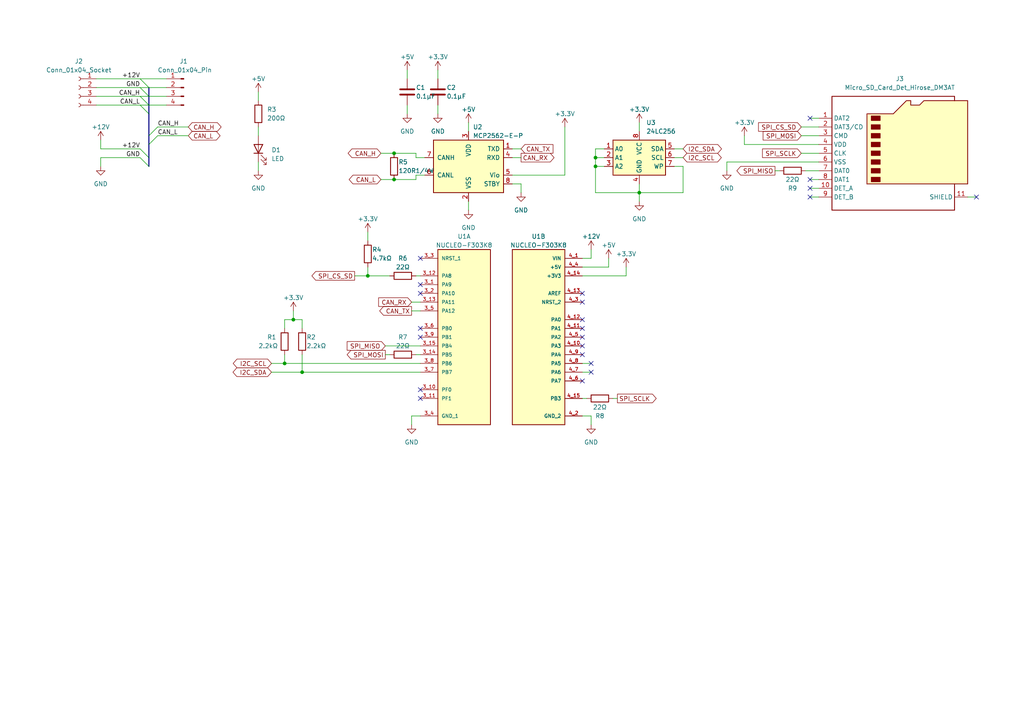
<source format=kicad_sch>
(kicad_sch (version 20230121) (generator eeschema)
  (paper "A4")
  (lib_symbols
    (symbol "Connector:Conn_01x04_Pin" (pin_names (offset 1.016) hide)
      (property "Reference" "J" (at 0 5.08 0))
      (property "Value" "Conn_01x04_Pin" (at 0 -7.62 0))
      (symbol "Conn_01x04_Pin_1_1"
        (polyline (pts (xy 1.27 -5.08) (xy 0.8636 -5.08)) (stroke (width 0.1524)))
        (polyline (pts (xy 1.27 -2.54) (xy 0.8636 -2.54)) (stroke (width 0.1524)))
        (polyline (pts (xy 1.27 0) (xy 0.8636 0)) (stroke (width 0.1524)))
        (polyline (pts (xy 1.27 2.54) (xy 0.8636 2.54)) (stroke (width 0.1524)))
        (rectangle (start 0.8636 -4.953) (end 0 -5.207) (stroke (width 0.1524)) (fill (type outline)))
        (rectangle (start 0.8636 -2.413) (end 0 -2.667) (stroke (width 0.1524)) (fill (type outline)))
        (rectangle (start 0.8636 0.127) (end 0 -0.127) (stroke (width 0.1524)) (fill (type outline)))
        (rectangle (start 0.8636 2.667) (end 0 2.413) (stroke (width 0.1524)) (fill (type outline)))
        (pin passive line (at 5.08 2.54 180) (length 3.81) (name "Pin_1") (number "1"))
        (pin passive line (at 5.08 0 180) (length 3.81) (name "Pin_2") (number "2"))
        (pin passive line (at 5.08 -2.54 180) (length 3.81) (name "Pin_3") (number "3"))
        (pin passive line (at 5.08 -5.08 180) (length 3.81) (name "Pin_4") (number "4"))
      )
    )
    (symbol "Connector:Conn_01x04_Socket" (pin_names (offset 1.016) hide)
      (property "Reference" "J" (at 0 5.08 0))
      (property "Value" "Conn_01x04_Socket" (at 0 -7.62 0))
      (symbol "Conn_01x04_Socket_1_1"
        (arc (start 0 -4.572) (mid -0.5058 -5.08) (end 0 -5.588) (stroke (width 0.1524)))
        (arc (start 0 -2.032) (mid -0.5058 -2.54) (end 0 -3.048) (stroke (width 0.1524)))
        (polyline (pts (xy -1.27 -5.08) (xy -0.508 -5.08)) (stroke (width 0.1524)))
        (polyline (pts (xy -1.27 -2.54) (xy -0.508 -2.54)) (stroke (width 0.1524)))
        (polyline (pts (xy -1.27 0) (xy -0.508 0)) (stroke (width 0.1524)))
        (polyline (pts (xy -1.27 2.54) (xy -0.508 2.54)) (stroke (width 0.1524)))
        (arc (start 0 0.508) (mid -0.5058 0) (end 0 -0.508) (stroke (width 0.1524)))
        (arc (start 0 3.048) (mid -0.5058 2.54) (end 0 2.032) (stroke (width 0.1524)))
        (pin power_out line (at -5.08 2.54 0) (length 3.81) (name "Pin_1") (number "1"))
        (pin power_out line (at -5.08 0 0) (length 3.81) (name "Pin_2") (number "2"))
        (pin passive line (at -5.08 -2.54 0) (length 3.81) (name "Pin_3") (number "3"))
        (pin passive line (at -5.08 -5.08 0) (length 3.81) (name "Pin_4") (number "4"))
      )
    )
    (symbol "Connector:Micro_SD_Card_Det_Hirose_DM3AT"
      (property "Reference" "J" (at -16.51 17.78 0))
      (property "Value" "Micro_SD_Card_Det_Hirose_DM3AT" (at 16.51 17.78 0))
      (symbol "Micro_SD_Card_Det_Hirose_DM3AT_0_1"
        (rectangle (start -7.62 -6.985) (end -5.08 -8.255) (stroke (width 0.254)) (fill (type outline)))
        (rectangle (start -7.62 -4.445) (end -5.08 -5.715) (stroke (width 0.254)) (fill (type outline)))
        (rectangle (start -7.62 -1.905) (end -5.08 -3.175) (stroke (width 0.254)) (fill (type outline)))
        (rectangle (start -7.62 0.635) (end -5.08 -0.635) (stroke (width 0.254)) (fill (type outline)))
        (rectangle (start -7.62 3.175) (end -5.08 1.905) (stroke (width 0.254)) (fill (type outline)))
        (rectangle (start -7.62 5.715) (end -5.08 4.445) (stroke (width 0.254)) (fill (type outline)))
        (rectangle (start -7.62 8.255) (end -5.08 6.985) (stroke (width 0.254)) (fill (type outline)))
        (rectangle (start -7.62 10.795) (end -5.08 9.525) (stroke (width 0.254)) (fill (type outline)))
        (polyline (pts (xy 16.51 15.24) (xy 16.51 16.51) (xy -19.05 16.51) (xy -19.05 -16.51) (xy 16.51 -16.51) (xy 16.51 -8.89)) (stroke (width 0.254)))
        (polyline (pts (xy -8.89 -8.89) (xy -8.89 11.43) (xy -1.27 11.43) (xy 2.54 15.24) (xy 3.81 15.24) (xy 3.81 13.97) (xy 6.35 13.97) (xy 7.62 15.24) (xy 20.32 15.24) (xy 20.32 -8.89) (xy -8.89 -8.89)) (stroke (width 0.254)) (fill (type background)))
      )
      (symbol "Micro_SD_Card_Det_Hirose_DM3AT_1_1"
        (pin bidirectional line (at -22.86 10.16 0) (length 3.81) (name "DAT2") (number "1"))
        (pin passive line (at -22.86 -10.16 0) (length 3.81) (name "DET_A") (number "10"))
        (pin passive line (at 20.32 -12.7 180) (length 3.81) (name "SHIELD") (number "11"))
        (pin bidirectional line (at -22.86 7.62 0) (length 3.81) (name "DAT3/CD") (number "2"))
        (pin input line (at -22.86 5.08 0) (length 3.81) (name "CMD") (number "3"))
        (pin power_in line (at -22.86 2.54 0) (length 3.81) (name "VDD") (number "4"))
        (pin input line (at -22.86 0 0) (length 3.81) (name "CLK") (number "5"))
        (pin power_in line (at -22.86 -2.54 0) (length 3.81) (name "VSS") (number "6"))
        (pin bidirectional line (at -22.86 -5.08 0) (length 3.81) (name "DAT0") (number "7"))
        (pin bidirectional line (at -22.86 -7.62 0) (length 3.81) (name "DAT1") (number "8"))
        (pin passive line (at -22.86 -12.7 0) (length 3.81) (name "DET_B") (number "9"))
      )
    )
    (symbol "Device:C" (pin_numbers hide) (pin_names (offset 0.254))
      (property "Reference" "C" (at 0.635 2.54 0))
      (property "Value" "C" (at 0.635 -2.54 0))
      (symbol "C_0_1"
        (polyline (pts (xy -2.032 -0.762) (xy 2.032 -0.762)) (stroke (width 0.508)))
        (polyline (pts (xy -2.032 0.762) (xy 2.032 0.762)) (stroke (width 0.508)))
      )
      (symbol "C_1_1"
        (pin passive line (at 0 3.81 270) (length 2.794) (name "~") (number "1"))
        (pin passive line (at 0 -3.81 90) (length 2.794) (name "~") (number "2"))
      )
    )
    (symbol "Device:LED" (pin_numbers hide) (pin_names (offset 1.016) hide)
      (property "Reference" "D" (at 0 2.54 0))
      (property "Value" "LED" (at 0 -2.54 0))
      (symbol "LED_0_1"
        (polyline (pts (xy -1.27 -1.27) (xy -1.27 1.27)) (stroke (width 0.254)))
        (polyline (pts (xy -1.27 0) (xy 1.27 0)))
        (polyline (pts (xy 1.27 -1.27) (xy 1.27 1.27) (xy -1.27 0) (xy 1.27 -1.27)) (stroke (width 0.254)))
        (polyline (pts (xy -3.048 -0.762) (xy -4.572 -2.286) (xy -3.81 -2.286) (xy -4.572 -2.286) (xy -4.572 -1.524)))
        (polyline (pts (xy -1.778 -0.762) (xy -3.302 -2.286) (xy -2.54 -2.286) (xy -3.302 -2.286) (xy -3.302 -1.524)))
      )
      (symbol "LED_1_1"
        (pin passive line (at -3.81 0 0) (length 2.54) (name "K") (number "1"))
        (pin passive line (at 3.81 0 180) (length 2.54) (name "A") (number "2"))
      )
    )
    (symbol "Device:R" (pin_numbers hide) (pin_names (offset 0))
      (property "Reference" "R" (at 2.032 0 90))
      (property "Value" "R" (at 0 0 90))
      (symbol "R_0_1"
        (rectangle (start -1.016 -2.54) (end 1.016 2.54) (stroke (width 0.254)))
      )
      (symbol "R_1_1"
        (pin passive line (at 0 3.81 270) (length 1.27) (name "~") (number "1"))
        (pin passive line (at 0 -3.81 90) (length 1.27) (name "~") (number "2"))
      )
    )
    (symbol "Interface_CAN_LIN:MCP2562-E-P" (pin_names (offset 1.016))
      (property "Reference" "U" (at -10.16 8.89 0))
      (property "Value" "MCP2562-E-P" (at 2.54 8.89 0))
      (symbol "MCP2562-E-P_0_1"
        (rectangle (start -10.16 7.62) (end 10.16 -7.62) (stroke (width 0.254)) (fill (type background)))
      )
      (symbol "MCP2562-E-P_1_1"
        (pin input line (at -12.7 5.08 0) (length 2.54) (name "TXD") (number "1"))
        (pin power_in line (at 0 -10.16 90) (length 2.54) (name "VSS") (number "2"))
        (pin power_in line (at 0 10.16 270) (length 2.54) (name "VDD") (number "3"))
        (pin output line (at -12.7 2.54 0) (length 2.54) (name "RXD") (number "4"))
        (pin power_in line (at -12.7 -2.54 0) (length 2.54) (name "Vio") (number "5"))
        (pin bidirectional line (at 12.7 -2.54 180) (length 2.54) (name "CANL") (number "6"))
        (pin bidirectional line (at 12.7 2.54 180) (length 2.54) (name "CANH") (number "7"))
        (pin input line (at -12.7 -5.08 0) (length 2.54) (name "STBY") (number "8"))
      )
    )
    (symbol "Memory_EEPROM:24LC256"
      (property "Reference" "U" (at -6.35 6.35 0))
      (property "Value" "24LC256" (at 1.27 6.35 0))
      (symbol "24LC256_1_1"
        (rectangle (start -7.62 5.08) (end 7.62 -5.08) (stroke (width 0.254)) (fill (type background)))
        (pin input line (at -10.16 2.54 0) (length 2.54) (name "A0") (number "1"))
        (pin input line (at -10.16 0 0) (length 2.54) (name "A1") (number "2"))
        (pin input line (at -10.16 -2.54 0) (length 2.54) (name "A2") (number "3"))
        (pin power_in line (at 0 -7.62 90) (length 2.54) (name "GND") (number "4"))
        (pin bidirectional line (at 10.16 2.54 180) (length 2.54) (name "SDA") (number "5"))
        (pin input line (at 10.16 0 180) (length 2.54) (name "SCL") (number "6"))
        (pin input line (at 10.16 -2.54 180) (length 2.54) (name "WP") (number "7"))
        (pin power_in line (at 0 7.62 270) (length 2.54) (name "VCC") (number "8"))
      )
    )
    (symbol "NUCLEO-F303K8:NUCLEO-F303K8" (pin_names (offset 1.016))
      (property "Reference" "U1" (at 0 29.21 0))
      (property "Value" "NUCLEO-F303K8" (at 0 26.67 0))
      (symbol "NUCLEO-F303K8_1_0"
        (rectangle (start -7.62 -25.4) (end 7.62 25.4) (stroke (width 0.254)) (fill (type background)))
        (pin bidirectional line (at 12.7 15.24 180) (length 5.08) (name "PA9") (number "3_1"))
        (pin bidirectional line (at 12.7 -15.24 180) (length 5.08) (name "PF0") (number "3_10"))
        (pin bidirectional line (at 12.7 -17.78 180) (length 5.08) (name "PF1") (number "3_11"))
        (pin bidirectional line (at 12.7 17.78 180) (length 5.08) (name "PA8") (number "3_12"))
        (pin bidirectional line (at 12.7 10.16 180) (length 5.08) (name "PA11") (number "3_13"))
        (pin bidirectional line (at 12.7 -5.08 180) (length 5.08) (name "PB5") (number "3_14"))
        (pin bidirectional line (at 12.7 -2.54 180) (length 5.08) (name "PB4") (number "3_15"))
        (pin bidirectional line (at 12.7 12.7 180) (length 5.08) (name "PA10") (number "3_2"))
        (pin bidirectional line (at 12.7 22.86 180) (length 5.08) (name "NRST_1") (number "3_3"))
        (pin power_in line (at 12.7 -22.86 180) (length 5.08) (name "GND_1") (number "3_4"))
        (pin bidirectional line (at 12.7 7.62 180) (length 5.08) (name "PA12") (number "3_5"))
        (pin bidirectional line (at 12.7 2.54 180) (length 5.08) (name "PB0") (number "3_6"))
        (pin bidirectional line (at 12.7 -10.16 180) (length 5.08) (name "PB7") (number "3_7"))
        (pin bidirectional line (at 12.7 -7.62 180) (length 5.08) (name "PB6") (number "3_8"))
        (pin bidirectional line (at 12.7 0 180) (length 5.08) (name "PB1") (number "3_9"))
      )
      (symbol "NUCLEO-F303K8_2_0"
        (rectangle (start -7.62 -25.4) (end 7.62 25.4) (stroke (width 0.254)) (fill (type background)))
        (pin power_in line (at 12.7 22.86 180) (length 5.08) (name "VIN") (number "4_1"))
        (pin bidirectional line (at 12.7 -2.54 180) (length 5.08) (name "PA3") (number "4_10"))
        (pin bidirectional line (at 12.7 2.54 180) (length 5.08) (name "PA1") (number "4_11"))
        (pin bidirectional line (at 12.7 5.08 180) (length 5.08) (name "PA0") (number "4_12"))
        (pin bidirectional line (at 12.7 12.7 180) (length 5.08) (name "AREF") (number "4_13"))
        (pin power_out line (at 12.7 17.78 180) (length 5.08) (name "+3V3") (number "4_14"))
        (pin bidirectional line (at 12.7 -17.78 180) (length 5.08) (name "PB3") (number "4_15"))
        (pin power_in line (at 12.7 -22.86 180) (length 5.08) (name "GND_2") (number "4_2"))
        (pin bidirectional line (at 12.7 10.16 180) (length 5.08) (name "NRST_2") (number "4_3"))
        (pin power_out line (at 12.7 20.32 180) (length 5.08) (name "+5V") (number "4_4"))
        (pin bidirectional line (at 12.7 0 180) (length 5.08) (name "PA2") (number "4_5"))
        (pin bidirectional line (at 12.7 -12.7 180) (length 5.08) (name "PA7") (number "4_6"))
        (pin bidirectional line (at 12.7 -10.16 180) (length 5.08) (name "PA6") (number "4_7"))
        (pin bidirectional line (at 12.7 -7.62 180) (length 5.08) (name "PA5") (number "4_8"))
        (pin bidirectional line (at 12.7 -5.08 180) (length 5.08) (name "PA4") (number "4_9"))
      )
    )
    (symbol "NUCLEO-F303K8_1" (pin_names (offset 1.016))
      (property "Reference" "U1" (at 0 29.21 0))
      (property "Value" "NUCLEO-F303K8" (at 0 26.67 0))
      (symbol "NUCLEO-F303K8_1_1_0"
        (rectangle (start -7.62 -25.4) (end 7.62 25.4) (stroke (width 0.254)) (fill (type background)))
        (pin bidirectional line (at 12.7 15.24 180) (length 5.08) (name "PA9") (number "3_1"))
        (pin bidirectional line (at 12.7 -15.24 180) (length 5.08) (name "PF0") (number "3_10"))
        (pin bidirectional line (at 12.7 -17.78 180) (length 5.08) (name "PF1") (number "3_11"))
        (pin bidirectional line (at 12.7 17.78 180) (length 5.08) (name "PA8") (number "3_12"))
        (pin bidirectional line (at 12.7 10.16 180) (length 5.08) (name "PA11") (number "3_13"))
        (pin bidirectional line (at 12.7 -5.08 180) (length 5.08) (name "PB5") (number "3_14"))
        (pin bidirectional line (at 12.7 -2.54 180) (length 5.08) (name "PB4") (number "3_15"))
        (pin bidirectional line (at 12.7 12.7 180) (length 5.08) (name "PA10") (number "3_2"))
        (pin bidirectional line (at 12.7 22.86 180) (length 5.08) (name "NRST_1") (number "3_3"))
        (pin power_in line (at 12.7 -22.86 180) (length 5.08) (name "GND_1") (number "3_4"))
        (pin bidirectional line (at 12.7 7.62 180) (length 5.08) (name "PA12") (number "3_5"))
        (pin bidirectional line (at 12.7 2.54 180) (length 5.08) (name "PB0") (number "3_6"))
        (pin bidirectional line (at 12.7 -10.16 180) (length 5.08) (name "PB7") (number "3_7"))
        (pin bidirectional line (at 12.7 -7.62 180) (length 5.08) (name "PB6") (number "3_8"))
        (pin bidirectional line (at 12.7 0 180) (length 5.08) (name "PB1") (number "3_9"))
      )
      (symbol "NUCLEO-F303K8_1_2_0"
        (rectangle (start -7.62 -25.4) (end 7.62 25.4) (stroke (width 0.254)) (fill (type background)))
        (pin power_in line (at 12.7 22.86 180) (length 5.08) (name "VIN") (number "4_1"))
        (pin bidirectional line (at 12.7 -2.54 180) (length 5.08) (name "PA3") (number "4_10"))
        (pin bidirectional line (at 12.7 2.54 180) (length 5.08) (name "PA1") (number "4_11"))
        (pin bidirectional line (at 12.7 5.08 180) (length 5.08) (name "PA0") (number "4_12"))
        (pin bidirectional line (at 12.7 12.7 180) (length 5.08) (name "AREF") (number "4_13"))
        (pin power_out line (at 12.7 17.78 180) (length 5.08) (name "+3V3") (number "4_14"))
        (pin bidirectional line (at 12.7 -17.78 180) (length 5.08) (name "PB3") (number "4_15"))
        (pin power_in line (at 12.7 -22.86 180) (length 5.08) (name "GND_2") (number "4_2"))
        (pin bidirectional line (at 12.7 10.16 180) (length 5.08) (name "NRST_2") (number "4_3"))
        (pin power_out line (at 12.7 20.32 180) (length 5.08) (name "+5V") (number "4_4"))
        (pin bidirectional line (at 12.7 0 180) (length 5.08) (name "PA2") (number "4_5"))
        (pin bidirectional line (at 12.7 -12.7 180) (length 5.08) (name "PA7") (number "4_6"))
        (pin bidirectional line (at 12.7 -10.16 180) (length 5.08) (name "PA6") (number "4_7"))
        (pin bidirectional line (at 12.7 -7.62 180) (length 5.08) (name "PA5") (number "4_8"))
        (pin bidirectional line (at 12.7 -5.08 180) (length 5.08) (name "PA4") (number "4_9"))
      )
    )
    (symbol "power:+12V" (power) (pin_names (offset 0))
      (property "Value" "+12V" (at 0 3.556 0))
      (symbol "+12V_0_1"
        (polyline (pts (xy -0.762 1.27) (xy 0 2.54)))
        (polyline (pts (xy 0 0) (xy 0 2.54)))
        (polyline (pts (xy 0 2.54) (xy 0.762 1.27)))
      )
      (symbol "+12V_1_1"
        (pin power_in line (at 0 0 90) (length 0) hide (name "+12V") (number "1"))
      )
    )
    (symbol "power:+3.3V" (power) (pin_names (offset 0))
      (property "Value" "+3.3V" (at 0 3.556 0))
      (symbol "+3.3V_0_1"
        (polyline (pts (xy -0.762 1.27) (xy 0 2.54)))
        (polyline (pts (xy 0 0) (xy 0 2.54)))
        (polyline (pts (xy 0 2.54) (xy 0.762 1.27)))
      )
      (symbol "+3.3V_1_1"
        (pin power_in line (at 0 0 90) (length 0) hide (name "+3.3V") (number "1"))
      )
    )
    (symbol "power:+5V" (power) (pin_names (offset 0))
      (property "Value" "+5V" (at 0 3.556 0))
      (symbol "+5V_0_1"
        (polyline (pts (xy -0.762 1.27) (xy 0 2.54)))
        (polyline (pts (xy 0 0) (xy 0 2.54)))
        (polyline (pts (xy 0 2.54) (xy 0.762 1.27)))
      )
      (symbol "+5V_1_1"
        (pin power_in line (at 0 0 90) (length 0) hide (name "+5V") (number "1"))
      )
    )
    (symbol "power:GND" (power) (pin_names (offset 0))
      (property "Value" "GND" (at 0 -3.81 0))
      (symbol "GND_0_1"
        (polyline (pts (xy 0 0) (xy 0 -1.27) (xy 1.27 -1.27) (xy 0 -2.54) (xy -1.27 -1.27) (xy 0 -1.27)))
      )
      (symbol "GND_1_1"
        (pin power_in line (at 0 0 270) (length 0) hide (name "GND") (number "1"))
      )
    )
  )
  (junction (at 106.68 80.01))
  (junction (at 172.72 48.26))
  (junction (at 82.55 105.41))
  (junction (at 185.42 55.88))
  (junction (at 85.09 92.71))
  (junction (at 172.72 45.72))
  (junction (at 114.3 52.07))
  (junction (at 114.3 44.45))
  (junction (at 87.63 107.95))
  (no_connect (at 168.91 110.49))
  (no_connect (at 121.92 85.09))
  (no_connect (at 168.91 85.09))
  (no_connect (at 121.92 74.93))
  (no_connect (at 283.21 57.15))
  (no_connect (at 168.91 87.63))
  (no_connect (at 234.95 54.61))
  (no_connect (at 168.91 100.33))
  (no_connect (at 168.91 92.71))
  (no_connect (at 171.45 105.41))
  (no_connect (at 171.45 107.95))
  (no_connect (at 168.91 97.79))
  (no_connect (at 234.95 57.15))
  (no_connect (at 121.92 113.03))
  (no_connect (at 121.92 82.55))
  (no_connect (at 121.92 115.57))
  (no_connect (at 234.95 52.07))
  (no_connect (at 121.92 95.25))
  (no_connect (at 121.92 97.79))
  (no_connect (at 234.95 34.29))
  (no_connect (at 168.91 95.25))
  (no_connect (at 168.91 102.87))
  (bus_entry (at 40.64 27.94) (size 2.54 2.54))
  (bus_entry (at 43.18 45.72) (size -2.54 -2.54))
  (bus_entry (at 43.18 39.37) (size 2.54 -2.54))
  (bus_entry (at 40.64 25.4) (size 2.54 2.54))
  (bus_entry (at 40.64 30.48) (size 2.54 2.54))
  (bus_entry (at 43.18 48.26) (size -2.54 -2.54))
  (bus_entry (at 43.18 41.91) (size 2.54 -2.54))
  (bus_entry (at 40.64 22.86) (size 2.54 2.54))
  (wire (pts (xy 29.21 43.18) (xy 40.64 43.18)))
  (wire (pts (xy 172.72 55.88) (xy 185.42 55.88)))
  (wire (pts (xy 119.38 123.19) (xy 119.38 120.65)))
  (wire (pts (xy 74.93 46.99) (xy 74.93 49.53)))
  (wire (pts (xy 82.55 92.71) (xy 85.09 92.71)))
  (wire (pts (xy 195.58 43.18) (xy 198.12 43.18)))
  (wire (pts (xy 43.18 27.94) (xy 48.26 27.94)))
  (wire (pts (xy 82.55 105.41) (xy 121.92 105.41)))
  (wire (pts (xy 168.91 120.65) (xy 171.45 120.65)))
  (wire (pts (xy 232.41 39.37) (xy 237.49 39.37)))
  (wire (pts (xy 43.18 25.4) (xy 40.64 25.4)))
  (wire (pts (xy 119.38 87.63) (xy 121.92 87.63)))
  (wire (pts (xy 234.95 57.15) (xy 237.49 57.15)))
  (wire (pts (xy 195.58 45.72) (xy 198.12 45.72)))
  (wire (pts (xy 168.91 74.93) (xy 171.45 74.93)))
  (wire (pts (xy 106.68 80.01) (xy 113.03 80.01)))
  (wire (pts (xy 168.91 80.01) (xy 181.61 80.01)))
  (wire (pts (xy 175.26 48.26) (xy 172.72 48.26)))
  (wire (pts (xy 151.13 53.34) (xy 151.13 55.88)))
  (wire (pts (xy 118.11 20.32) (xy 118.11 22.86)))
  (wire (pts (xy 85.09 92.71) (xy 87.63 92.71)))
  (bus (pts (xy 43.18 33.02) (xy 43.18 39.37)))
  (wire (pts (xy 215.9 41.91) (xy 237.49 41.91)))
  (wire (pts (xy 215.9 39.37) (xy 215.9 41.91)))
  (wire (pts (xy 29.21 48.26) (xy 29.21 45.72)))
  (wire (pts (xy 43.18 25.4) (xy 48.26 25.4)))
  (wire (pts (xy 148.59 43.18) (xy 151.13 43.18)))
  (bus (pts (xy 43.18 39.37) (xy 43.18 41.91)))
  (wire (pts (xy 87.63 92.71) (xy 87.63 95.25)))
  (wire (pts (xy 27.94 30.48) (xy 40.64 30.48)))
  (wire (pts (xy 148.59 45.72) (xy 151.13 45.72)))
  (wire (pts (xy 43.18 30.48) (xy 40.64 30.48)))
  (wire (pts (xy 111.76 100.33) (xy 121.92 100.33)))
  (wire (pts (xy 29.21 40.64) (xy 29.21 43.18)))
  (wire (pts (xy 232.41 36.83) (xy 237.49 36.83)))
  (wire (pts (xy 78.74 107.95) (xy 87.63 107.95)))
  (bus (pts (xy 43.18 45.72) (xy 43.18 48.26)))
  (bus (pts (xy 43.18 27.94) (xy 43.18 30.48)))
  (wire (pts (xy 43.18 27.94) (xy 40.64 27.94)))
  (wire (pts (xy 43.18 30.48) (xy 48.26 30.48)))
  (wire (pts (xy 110.49 44.45) (xy 114.3 44.45)))
  (wire (pts (xy 48.26 22.86) (xy 40.64 22.86)))
  (wire (pts (xy 102.87 80.01) (xy 106.68 80.01)))
  (wire (pts (xy 74.93 36.83) (xy 74.93 39.37)))
  (wire (pts (xy 168.91 115.57) (xy 170.18 115.57)))
  (wire (pts (xy 120.65 45.72) (xy 120.65 44.45)))
  (bus (pts (xy 43.18 30.48) (xy 43.18 33.02)))
  (wire (pts (xy 106.68 67.31) (xy 106.68 69.85)))
  (wire (pts (xy 106.68 77.47) (xy 106.68 80.01)))
  (wire (pts (xy 172.72 45.72) (xy 172.72 48.26)))
  (wire (pts (xy 185.42 53.34) (xy 185.42 55.88)))
  (wire (pts (xy 232.41 44.45) (xy 237.49 44.45)))
  (wire (pts (xy 168.91 77.47) (xy 176.53 77.47)))
  (wire (pts (xy 110.49 52.07) (xy 114.3 52.07)))
  (wire (pts (xy 87.63 107.95) (xy 121.92 107.95)))
  (wire (pts (xy 127 30.48) (xy 127 33.02)))
  (wire (pts (xy 210.82 46.99) (xy 237.49 46.99)))
  (wire (pts (xy 87.63 102.87) (xy 87.63 107.95)))
  (wire (pts (xy 176.53 74.93) (xy 176.53 77.47)))
  (wire (pts (xy 135.89 58.42) (xy 135.89 60.96)))
  (wire (pts (xy 177.8 115.57) (xy 179.07 115.57)))
  (wire (pts (xy 78.74 105.41) (xy 82.55 105.41)))
  (wire (pts (xy 85.09 90.17) (xy 85.09 92.71)))
  (wire (pts (xy 45.72 39.37) (xy 54.61 39.37)))
  (wire (pts (xy 234.95 34.29) (xy 237.49 34.29)))
  (wire (pts (xy 195.58 48.26) (xy 198.12 48.26)))
  (wire (pts (xy 233.68 49.53) (xy 237.49 49.53)))
  (wire (pts (xy 210.82 49.53) (xy 210.82 46.99)))
  (wire (pts (xy 82.55 95.25) (xy 82.55 92.71)))
  (wire (pts (xy 123.19 45.72) (xy 120.65 45.72)))
  (wire (pts (xy 234.95 54.61) (xy 237.49 54.61)))
  (wire (pts (xy 172.72 43.18) (xy 172.72 45.72)))
  (wire (pts (xy 127 20.32) (xy 127 22.86)))
  (wire (pts (xy 168.91 105.41) (xy 171.45 105.41)))
  (wire (pts (xy 120.65 50.8) (xy 120.65 52.07)))
  (wire (pts (xy 168.91 107.95) (xy 171.45 107.95)))
  (wire (pts (xy 111.76 102.87) (xy 113.03 102.87)))
  (wire (pts (xy 29.21 45.72) (xy 40.64 45.72)))
  (wire (pts (xy 27.94 27.94) (xy 40.64 27.94)))
  (wire (pts (xy 280.67 57.15) (xy 283.21 57.15)))
  (wire (pts (xy 120.65 80.01) (xy 121.92 80.01)))
  (wire (pts (xy 185.42 55.88) (xy 198.12 55.88)))
  (wire (pts (xy 27.94 25.4) (xy 40.64 25.4)))
  (wire (pts (xy 172.72 48.26) (xy 172.72 55.88)))
  (wire (pts (xy 120.65 102.87) (xy 121.92 102.87)))
  (wire (pts (xy 185.42 35.56) (xy 185.42 38.1)))
  (bus (pts (xy 43.18 41.91) (xy 43.18 45.72)))
  (wire (pts (xy 74.93 26.67) (xy 74.93 29.21)))
  (wire (pts (xy 234.95 52.07) (xy 237.49 52.07)))
  (bus (pts (xy 43.18 25.4) (xy 43.18 27.94)))
  (wire (pts (xy 175.26 43.18) (xy 172.72 43.18)))
  (wire (pts (xy 119.38 90.17) (xy 121.92 90.17)))
  (wire (pts (xy 163.83 36.83) (xy 163.83 50.8)))
  (wire (pts (xy 181.61 77.47) (xy 181.61 80.01)))
  (wire (pts (xy 171.45 123.19) (xy 171.45 120.65)))
  (wire (pts (xy 114.3 52.07) (xy 120.65 52.07)))
  (wire (pts (xy 171.45 72.39) (xy 171.45 74.93)))
  (wire (pts (xy 135.89 35.56) (xy 135.89 38.1)))
  (wire (pts (xy 148.59 50.8) (xy 163.83 50.8)))
  (wire (pts (xy 148.59 53.34) (xy 151.13 53.34)))
  (wire (pts (xy 119.38 120.65) (xy 121.92 120.65)))
  (wire (pts (xy 82.55 102.87) (xy 82.55 105.41)))
  (wire (pts (xy 123.19 50.8) (xy 120.65 50.8)))
  (wire (pts (xy 118.11 30.48) (xy 118.11 33.02)))
  (wire (pts (xy 45.72 36.83) (xy 54.61 36.83)))
  (wire (pts (xy 175.26 45.72) (xy 172.72 45.72)))
  (wire (pts (xy 27.94 22.86) (xy 40.64 22.86)))
  (wire (pts (xy 224.79 49.53) (xy 226.06 49.53)))
  (wire (pts (xy 114.3 44.45) (xy 120.65 44.45)))
  (wire (pts (xy 198.12 48.26) (xy 198.12 55.88)))
  (wire (pts (xy 185.42 55.88) (xy 185.42 58.42)))
  (label "CAN_H" (at 45.72 36.83 0))
  (label "GND" (at 40.64 45.72 180))
  (label "+12V" (at 40.64 43.18 180))
  (label "CAN_H" (at 40.64 27.94 180))
  (label "+12V" (at 40.64 22.86 180))
  (label "CAN_L" (at 40.64 30.48 180))
  (label "GND" (at 40.64 25.4 180))
  (label "CAN_L" (at 45.72 39.37 0))
  (global_label "SPI_CS_SD" (shape input) (at 232.41 36.83 180) (property "Intersheetrefs" "${INTERSHEET_REFS}" (effects hide)))
  (global_label "SPI_MISO" (shape output) (at 224.79 49.53 180) (property "Intersheetrefs" "${INTERSHEET_REFS}" (effects hide)))
  (global_label "CAN_L" (shape bidirectional) (at 110.49 52.07 180) (property "Intersheetrefs" "${INTERSHEET_REFS}" (effects hide)))
  (global_label "I2C_SDA" (shape bidirectional) (at 198.12 43.18 0) (property "Intersheetrefs" "${INTERSHEET_REFS}" (effects hide)))
  (global_label "CAN_TX" (shape input) (at 151.13 43.18 0) (property "Intersheetrefs" "${INTERSHEET_REFS}" (effects hide)))
  (global_label "I2C_SCL" (shape bidirectional) (at 78.74 105.41 180) (property "Intersheetrefs" "${INTERSHEET_REFS}" (effects hide)))
  (global_label "CAN_H" (shape bidirectional) (at 110.49 44.45 180) (property "Intersheetrefs" "${INTERSHEET_REFS}" (effects hide)))
  (global_label "CAN_RX" (shape output) (at 151.13 45.72 0) (property "Intersheetrefs" "${INTERSHEET_REFS}" (effects hide)))
  (global_label "I2C_SDA" (shape bidirectional) (at 78.74 107.95 180) (property "Intersheetrefs" "${INTERSHEET_REFS}" (effects hide)))
  (global_label "CAN_TX" (shape output) (at 119.38 90.17 180) (property "Intersheetrefs" "${INTERSHEET_REFS}" (effects hide)))
  (global_label "I2C_SCL" (shape bidirectional) (at 198.12 45.72 0) (property "Intersheetrefs" "${INTERSHEET_REFS}" (effects hide)))
  (global_label "SPI_SCLK" (shape input) (at 232.41 44.45 180) (property "Intersheetrefs" "${INTERSHEET_REFS}" (effects hide)))
  (global_label "CAN_L" (shape bidirectional) (at 54.61 39.37 0) (property "Intersheetrefs" "${INTERSHEET_REFS}" (effects hide)))
  (global_label "SPI_MOSI" (shape input) (at 232.41 39.37 180) (property "Intersheetrefs" "${INTERSHEET_REFS}" (effects hide)))
  (global_label "CAN_RX" (shape input) (at 119.38 87.63 180) (property "Intersheetrefs" "${INTERSHEET_REFS}" (effects hide)))
  (global_label "SPI_MOSI" (shape output) (at 111.76 102.87 180) (property "Intersheetrefs" "${INTERSHEET_REFS}" (effects hide)))
  (global_label "SPI_MISO" (shape input) (at 111.76 100.33 180) (property "Intersheetrefs" "${INTERSHEET_REFS}" (effects hide)))
  (global_label "CAN_H" (shape bidirectional) (at 54.61 36.83 0) (property "Intersheetrefs" "${INTERSHEET_REFS}" (effects hide)))
  (global_label "SPI_SCLK" (shape output) (at 179.07 115.57 0) (property "Intersheetrefs" "${INTERSHEET_REFS}" (effects hide)))
  (global_label "SPI_CS_SD" (shape output) (at 102.87 80.01 180) (property "Intersheetrefs" "${INTERSHEET_REFS}" (effects hide)))
  (symbol (lib_id "power:+3.3V") (at 215.9 39.37 0) (unit 1)
    (property "Reference" "#PWR019" (effects hide))
    (property "Value" "+3.3V" (at 215.9 35.56 0))
  )
  (symbol (lib_id "power:+3.3V") (at 106.68 67.31 0) (unit 1)
    (property "Reference" "#PWR03" (effects hide))
    (property "Value" "+3.3V" (at 106.68 63.5 0))
  )
  (symbol (lib_id "power:GND") (at 210.82 49.53 0) (unit 1)
    (property "Reference" "#PWR022" (effects hide))
    (property "Value" "GND" (at 210.82 54.61 0))
  )
  (symbol (lib_id "power:+5V") (at 176.53 74.93 0) (unit 1)
    (property "Reference" "#PWR016" (effects hide))
    (property "Value" "+5V" (at 176.53 71.12 0))
  )
  (symbol (lib_id "Device:R") (at 106.68 73.66 0) (unit 1)
    (property "Reference" "R4" (at 107.95 72.39 0) (effects (justify left)))
    (property "Value" "4.7kΩ" (at 107.95 74.93 0) (effects (justify left)))
    (property "Footprint" "Resistor_SMD:R_1206_3216Metric_Pad1.30x1.75mm_HandSolder" (effects hide))
  )
  (symbol (lib_id "Device:C") (at 127 26.67 0) (unit 1)
    (property "Reference" "C2" (at 129.54 25.4 0) (effects (justify left)))
    (property "Value" "0.1μF" (at 129.54 27.94 0) (effects (justify left)))
    (property "Footprint" "Capacitor_SMD:C_0805_2012Metric_Pad1.18x1.45mm_HandSolder" (effects hide))
  )
  (symbol (lib_id "Device:R") (at 229.87 49.53 270) (unit 1)
    (property "Reference" "R9" (at 229.87 54.61 90))
    (property "Value" "22Ω" (at 229.87 52.07 90))
    (property "Footprint" "Resistor_SMD:R_1206_3216Metric_Pad1.30x1.75mm_HandSolder" (effects hide))
  )
  (symbol (lib_id "power:+3.3V") (at 127 20.32 0) (unit 1)
    (property "Reference" "#PWR010" (effects hide))
    (property "Value" "+3.3V" (at 127 16.51 0))
  )
  (symbol (lib_id "power:+3.3V") (at 181.61 77.47 0) (unit 1)
    (property "Reference" "#PWR018" (effects hide))
    (property "Value" "+3.3V" (at 181.61 73.66 0))
  )
  (symbol (lib_id "Connector:Conn_01x04_Socket") (at 22.86 25.4 0) (mirror y) (unit 1)
    (property "Reference" "J2" (at 22.86 17.78 0))
    (property "Value" "Conn_01x04_Socket" (at 22.86 20.32 0))
    (property "Footprint" "Connector_PinSocket_1.27mm:PinSocket_1x04_P1.27mm_Vertical" (effects hide))
  )
  (symbol (lib_id "power:GND") (at 29.21 48.26 0) (unit 1)
    (property "Reference" "#PWR02" (effects hide))
    (property "Value" "GND" (at 29.21 53.34 0))
  )
  (symbol (lib_id "Interface_CAN_LIN:MCP2562-E-P") (at 135.89 48.26 0) (mirror y) (unit 1)
    (property "Reference" "U2" (at 137.16 36.83 0) (effects (justify right)))
    (property "Value" "MCP2562-E-P" (at 137.16 39.37 0) (effects (justify right)))
    (property "Footprint" "Package_DIP:DIP-8_W7.62mm" (effects hide))
    (property "Datasheet" "http://ww1.microchip.com/downloads/en/DeviceDoc/25167A.pdf" (effects hide))
  )
  (symbol (lib_id "power:+5V") (at 118.11 20.32 0) (unit 1)
    (property "Reference" "#PWR07" (effects hide))
    (property "Value" "+5V" (at 118.11 16.51 0))
  )
  (symbol (lib_id "Device:R") (at 116.84 80.01 90) (unit 1)
    (property "Reference" "R6" (at 116.84 74.93 90))
    (property "Value" "22Ω" (at 116.84 77.47 90))
    (property "Footprint" "Resistor_SMD:R_1206_3216Metric_Pad1.30x1.75mm_HandSolder" (effects hide))
  )
  (symbol (lib_id "power:GND") (at 171.45 123.19 0) (unit 1)
    (property "Reference" "#PWR05" (effects hide))
    (property "Value" "GND" (at 171.45 128.27 0))
  )
  (symbol (lib_id "power:GND") (at 185.42 58.42 0) (unit 1)
    (property "Reference" "#PWR021" (effects hide))
    (property "Value" "GND" (at 185.42 63.5 0))
  )
  (symbol (lib_id "Memory_EEPROM:24LC256") (at 185.42 45.72 0) (unit 1)
    (property "Reference" "U3" (at 187.4394 35.56 0) (effects (justify left)))
    (property "Value" "24LC256" (at 187.4394 38.1 0) (effects (justify left)))
    (property "Footprint" "Package_DIP:DIP-8_W7.62mm" (effects hide))
    (property "Datasheet" "http://ww1.microchip.com/downloads/en/devicedoc/21203m.pdf" (effects hide))
  )
  (symbol (lib_id "Device:C") (at 118.11 26.67 0) (unit 1)
    (property "Reference" "C1" (at 120.65 25.4 0) (effects (justify left)))
    (property "Value" "0.1μF" (at 120.65 27.94 0) (effects (justify left)))
    (property "Footprint" "Capacitor_SMD:C_0805_2012Metric_Pad1.18x1.45mm_HandSolder" (effects hide))
  )
  (symbol (lib_id "Device:R") (at 82.55 99.06 0) (unit 1)
    (property "Reference" "R1" (at 77.47 97.79 0) (effects (justify left)))
    (property "Value" "2.2kΩ" (at 74.93 100.33 0) (effects (justify left)))
    (property "Footprint" "Resistor_SMD:R_1206_3216Metric_Pad1.30x1.75mm_HandSolder" (effects hide))
  )
  (symbol (lib_id "Device:R") (at 74.93 33.02 0) (unit 1)
    (property "Reference" "R3" (at 77.47 31.7499 0) (effects (justify left)))
    (property "Value" "200Ω" (at 77.47 34.2899 0) (effects (justify left)))
  )
  (symbol (lib_id "Device:LED") (at 74.93 43.18 90) (unit 1)
    (property "Reference" "D1" (at 78.74 43.4974 90) (effects (justify right)))
    (property "Value" "LED" (at 78.74 46.0374 90) (effects (justify right)))
  )
  (symbol (lib_id "power:GND") (at 151.13 55.88 0) (unit 1)
    (property "Reference" "#PWR013" (effects hide))
    (property "Value" "GND" (at 151.13 60.96 0))
  )
  (symbol (lib_id "Device:R") (at 173.99 115.57 270) (unit 1)
    (property "Reference" "R8" (at 173.99 120.65 90))
    (property "Value" "22Ω" (at 173.99 118.11 90))
    (property "Footprint" "Resistor_SMD:R_1206_3216Metric_Pad1.30x1.75mm_HandSolder" (effects hide))
  )
  (symbol (lib_id "power:GND") (at 119.38 123.19 0) (unit 1)
    (property "Reference" "#PWR08" (effects hide))
    (property "Value" "GND" (at 119.38 128.27 0))
  )
  (symbol (lib_id "Device:R") (at 116.84 102.87 90) (unit 1)
    (property "Reference" "R7" (at 116.84 97.79 90))
    (property "Value" "22Ω" (at 116.84 100.33 90))
    (property "Footprint" "Resistor_SMD:R_1206_3216Metric_Pad1.30x1.75mm_HandSolder" (effects hide))
  )
  (symbol (lib_id "power:GND") (at 74.93 49.53 0) (unit 1)
    (property "Reference" "#PWR09" (effects hide))
    (property "Value" "GND" (at 74.93 54.61 0))
  )
  (symbol (lib_id "NUCLEO-F303K8:NUCLEO-F303K8") (at 156.21 97.79 0) (unit 2)
    (property "Reference" "U1" (at 156.21 68.58 0))
    (property "Value" "NUCLEO-F303K8" (at 156.21 71.12 0))
    (property "Footprint" "MODULE_NUCLEO-F303K8" (effects hide))
    (property "STANDARD" "Manufacturer Recommendations" (effects hide))
    (property "SNAPEDA_PN" "NUCLEO-F303K8" (effects hide))
    (property "PARTREV" "5" (effects hide))
    (property "MANUFACTURER" "STMicroelectronics" (effects hide))
    (property "MAXIMUM_PACKAGE_HEIGHT" "N/A" (effects hide))
  )
  (symbol (lib_id "power:+3.3V") (at 163.83 36.83 0) (unit 1)
    (property "Reference" "#PWR015" (effects hide))
    (property "Value" "+3.3V" (at 163.83 33.02 0))
  )
  (symbol (lib_id "Connector:Conn_01x04_Pin") (at 53.34 25.4 0) (mirror y) (unit 1)
    (property "Reference" "J1" (at 52.07 17.78 0) (effects (justify right)))
    (property "Value" "Conn_01x04_Pin" (at 45.72 20.32 0) (effects (justify right)))
    (property "Footprint" "Connector_PinHeader_1.27mm:PinHeader_1x04_P1.27mm_Vertical" (effects hide))
  )
  (symbol (lib_id "power:GND") (at 135.89 60.96 0) (unit 1)
    (property "Reference" "#PWR011" (effects hide))
    (property "Value" "GND" (at 135.89 66.04 0))
  )
  (symbol (lib_id "power:+5V") (at 74.93 26.67 0) (unit 1)
    (property "Reference" "#PWR04" (effects hide))
    (property "Value" "+5V" (at 74.93 22.86 0))
  )
  (symbol (lib_id "power:GND") (at 118.11 33.02 0) (unit 1)
    (property "Reference" "#PWR014" (effects hide))
    (property "Value" "GND" (at 118.11 38.1 0))
  )
  (symbol (lib_id "Device:R") (at 87.63 99.06 0) (unit 1)
    (property "Reference" "R2" (at 88.9 97.79 0) (effects (justify left)))
    (property "Value" "2.2kΩ" (at 88.9 100.33 0) (effects (justify left)))
    (property "Footprint" "Resistor_SMD:R_1206_3216Metric_Pad1.30x1.75mm_HandSolder" (effects hide))
  )
  (symbol (lib_id "Connector:Micro_SD_Card_Det_Hirose_DM3AT") (at 260.35 44.45 0) (unit 1)
    (property "Reference" "J3" (at 260.985 22.86 0))
    (property "Value" "Micro_SD_Card_Det_Hirose_DM3AT" (at 260.985 25.4 0))
    (property "Footprint" "Connector_Card:microSD_HC_Hirose_DM3AT-SF-PEJM5" (effects hide))
    (property "Datasheet" "https://www.hirose.com/product/en/download_file/key_name/DM3/category/Catalog/doc_file_id/49662/?file_category_id=4&item_id=195&is_series=1" (effects hide))
  )
  (symbol (lib_id "power:+3.3V") (at 185.42 35.56 0) (unit 1)
    (property "Reference" "#PWR020" (effects hide))
    (property "Value" "+3.3V" (at 185.42 31.75 0))
  )
  (symbol (lib_id "power:+12V") (at 29.21 40.64 0) (unit 1)
    (property "Reference" "#PWR024" (effects hide))
    (property "Value" "+12V" (at 29.21 36.83 0))
  )
  (symbol (lib_id "power:+3.3V") (at 85.09 90.17 0) (unit 1)
    (property "Reference" "#PWR06" (effects hide))
    (property "Value" "+3.3V" (at 85.09 86.36 0))
  )
  (symbol (lib_id "Device:R") (at 114.3 48.26 0) (unit 1)
    (property "Reference" "R5" (at 115.57 46.99 0) (effects (justify left)))
    (property "Value" "120R1/4W" (at 115.57 49.53 0) (effects (justify left)))
    (property "Footprint" "Resistor_SMD:R_1206_3216Metric_Pad1.30x1.75mm_HandSolder" (effects hide))
  )
  (symbol (lib_id "power:+12V") (at 171.45 72.39 0) (unit 1)
    (property "Reference" "#PWR01" (effects hide))
    (property "Value" "+12V" (at 171.45 68.58 0))
  )
  (symbol (lib_name "NUCLEO-F303K8_1") (lib_id "NUCLEO-F303K8:NUCLEO-F303K8") (at 134.62 97.79 0) (mirror y) (unit 1)
    (property "Reference" "U1" (at 134.62 68.58 0))
    (property "Value" "NUCLEO-F303K8" (at 134.62 71.12 0))
    (property "Footprint" "MODULE_NUCLEO-F303K8" (effects hide))
    (property "STANDARD" "Manufacturer Recommendations" (effects hide))
    (property "SNAPEDA_PN" "NUCLEO-F303K8" (effects hide))
    (property "PARTREV" "5" (effects hide))
    (property "MANUFACTURER" "STMicroelectronics" (effects hide))
    (property "MAXIMUM_PACKAGE_HEIGHT" "N/A" (effects hide))
  )
  (symbol (lib_id "power:+5V") (at 135.89 35.56 0) (unit 1)
    (property "Reference" "#PWR012" (effects hide))
    (property "Value" "+5V" (at 135.89 31.75 0))
  )
  (symbol (lib_id "power:GND") (at 127 33.02 0) (unit 1)
    (property "Reference" "#PWR017" (effects hide))
    (property "Value" "GND" (at 127 38.1 0))
  )
)
</source>
